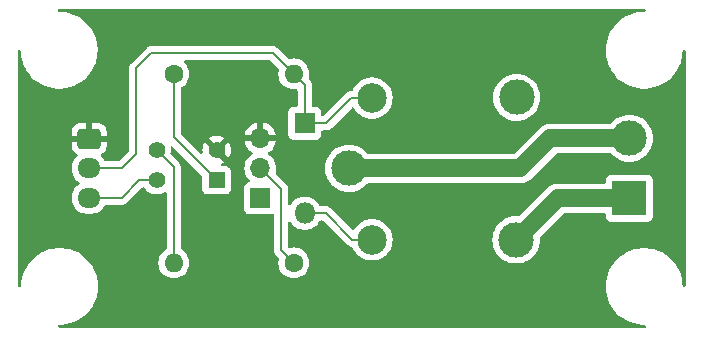
<source format=gbr>
%TF.GenerationSoftware,KiCad,Pcbnew,8.0.5*%
%TF.CreationDate,2024-12-15T17:36:27-06:00*%
%TF.ProjectId,Relay_Boards.V1,52656c61-795f-4426-9f61-7264732e5631,rev?*%
%TF.SameCoordinates,Original*%
%TF.FileFunction,Copper,L1,Top*%
%TF.FilePolarity,Positive*%
%FSLAX46Y46*%
G04 Gerber Fmt 4.6, Leading zero omitted, Abs format (unit mm)*
G04 Created by KiCad (PCBNEW 8.0.5) date 2024-12-15 17:36:27*
%MOMM*%
%LPD*%
G01*
G04 APERTURE LIST*
G04 Aperture macros list*
%AMRoundRect*
0 Rectangle with rounded corners*
0 $1 Rounding radius*
0 $2 $3 $4 $5 $6 $7 $8 $9 X,Y pos of 4 corners*
0 Add a 4 corners polygon primitive as box body*
4,1,4,$2,$3,$4,$5,$6,$7,$8,$9,$2,$3,0*
0 Add four circle primitives for the rounded corners*
1,1,$1+$1,$2,$3*
1,1,$1+$1,$4,$5*
1,1,$1+$1,$6,$7*
1,1,$1+$1,$8,$9*
0 Add four rect primitives between the rounded corners*
20,1,$1+$1,$2,$3,$4,$5,0*
20,1,$1+$1,$4,$5,$6,$7,0*
20,1,$1+$1,$6,$7,$8,$9,0*
20,1,$1+$1,$8,$9,$2,$3,0*%
G04 Aperture macros list end*
%TA.AperFunction,ComponentPad*%
%ADD10R,1.800000X1.800000*%
%TD*%
%TA.AperFunction,ComponentPad*%
%ADD11O,1.800000X1.800000*%
%TD*%
%TA.AperFunction,ComponentPad*%
%ADD12RoundRect,0.250000X-0.725000X0.600000X-0.725000X-0.600000X0.725000X-0.600000X0.725000X0.600000X0*%
%TD*%
%TA.AperFunction,ComponentPad*%
%ADD13O,1.950000X1.700000*%
%TD*%
%TA.AperFunction,ComponentPad*%
%ADD14C,3.000000*%
%TD*%
%TA.AperFunction,ComponentPad*%
%ADD15C,2.500000*%
%TD*%
%TA.AperFunction,ComponentPad*%
%ADD16R,1.400000X1.400000*%
%TD*%
%TA.AperFunction,ComponentPad*%
%ADD17C,1.400000*%
%TD*%
%TA.AperFunction,ComponentPad*%
%ADD18C,1.600000*%
%TD*%
%TA.AperFunction,ComponentPad*%
%ADD19O,1.600000X1.600000*%
%TD*%
%TA.AperFunction,ComponentPad*%
%ADD20R,3.000000X3.000000*%
%TD*%
%TA.AperFunction,ComponentPad*%
%ADD21R,1.700000X1.700000*%
%TD*%
%TA.AperFunction,ComponentPad*%
%ADD22O,1.700000X1.700000*%
%TD*%
%TA.AperFunction,Conductor*%
%ADD23C,0.200000*%
%TD*%
%TA.AperFunction,Conductor*%
%ADD24C,1.500000*%
%TD*%
G04 APERTURE END LIST*
D10*
%TO.P,D4,1,K*%
%TO.N,Net-(D4-K)*%
X107750000Y-86440000D03*
D11*
%TO.P,D4,2,A*%
%TO.N,Net-(D4-A)*%
X107750000Y-94060000D03*
%TD*%
D12*
%TO.P,J9,1,Pin_1*%
%TO.N,GNDREF*%
X89500000Y-87750000D03*
D13*
%TO.P,J9,2,Pin_2*%
%TO.N,Net-(D4-K)*%
X89500000Y-90250000D03*
%TO.P,J9,3,Pin_3*%
%TO.N,Net-(J9-Pin_3)*%
X89500000Y-92750000D03*
%TD*%
D14*
%TO.P,K2,1*%
%TO.N,Net-(J1-RIGHT_LIGHT_OUTPUT2-Pin_2)*%
X111500000Y-90250000D03*
D15*
%TO.P,K2,2*%
%TO.N,Net-(D4-A)*%
X113450000Y-96300000D03*
D14*
%TO.P,K2,3*%
%TO.N,Net-(J1-RIGHT_LIGHT_OUTPUT2-Pin_1)*%
X125650000Y-96300000D03*
%TO.P,K2,4*%
%TO.N,N/C*%
X125700000Y-84250000D03*
D15*
%TO.P,K2,5*%
%TO.N,Net-(D4-K)*%
X113450000Y-84300000D03*
%TD*%
D16*
%TO.P,U2,1,A*%
%TO.N,Net-(U2-A)*%
X100290000Y-91250000D03*
D17*
%TO.P,U2,2,K*%
%TO.N,GNDREF*%
X100290000Y-88710000D03*
%TO.P,U2,3,R*%
%TO.N,Net-(R8-Pad2)*%
X95210000Y-88710000D03*
%TO.P,U2,4,R*%
%TO.N,Net-(J9-Pin_3)*%
X95210000Y-91250000D03*
%TD*%
D18*
%TO.P,R8,1*%
%TO.N,Net-(Q7-B)*%
X106830000Y-98250000D03*
D19*
%TO.P,R8,2*%
%TO.N,Net-(R8-Pad2)*%
X96670000Y-98250000D03*
%TD*%
D20*
%TO.P,J1-RIGHT_LIGHT_OUTPUT2,1,Pin_1*%
%TO.N,Net-(J1-RIGHT_LIGHT_OUTPUT2-Pin_1)*%
X135250000Y-92790000D03*
D14*
%TO.P,J1-RIGHT_LIGHT_OUTPUT2,2,Pin_2*%
%TO.N,Net-(J1-RIGHT_LIGHT_OUTPUT2-Pin_2)*%
X135250000Y-87710000D03*
%TD*%
D21*
%TO.P,Q7,1,C*%
%TO.N,Net-(D4-A)*%
X104000000Y-92790000D03*
D22*
%TO.P,Q7,2,B*%
%TO.N,Net-(Q7-B)*%
X104000000Y-90250000D03*
%TO.P,Q7,3,E*%
%TO.N,GNDREF*%
X104000000Y-87710000D03*
%TD*%
D18*
%TO.P,R4,1*%
%TO.N,Net-(U2-A)*%
X96670000Y-82250000D03*
D19*
%TO.P,R4,2*%
%TO.N,Net-(D4-K)*%
X106830000Y-82250000D03*
%TD*%
D23*
%TO.N,Net-(D4-K)*%
X105080000Y-80500000D02*
X94750000Y-80500000D01*
X107750000Y-86440000D02*
X109560000Y-86440000D01*
X93500000Y-81750000D02*
X93500000Y-89000000D01*
X107750000Y-86440000D02*
X107750000Y-83170000D01*
X94750000Y-80500000D02*
X93500000Y-81750000D01*
X107750000Y-83170000D02*
X106830000Y-82250000D01*
X106830000Y-82250000D02*
X105080000Y-80500000D01*
X93500000Y-89000000D02*
X92250000Y-90250000D01*
X109560000Y-86440000D02*
X111700000Y-84300000D01*
X111700000Y-84300000D02*
X113450000Y-84300000D01*
X92250000Y-90250000D02*
X89500000Y-90250000D01*
%TO.N,Net-(D4-A)*%
X111800000Y-96300000D02*
X109560000Y-94060000D01*
X109560000Y-94060000D02*
X107750000Y-94060000D01*
X113450000Y-96300000D02*
X111800000Y-96300000D01*
D24*
%TO.N,Net-(J1-RIGHT_LIGHT_OUTPUT2-Pin_1)*%
X129160000Y-92790000D02*
X125650000Y-96300000D01*
X135250000Y-92790000D02*
X129160000Y-92790000D01*
%TO.N,Net-(J1-RIGHT_LIGHT_OUTPUT2-Pin_2)*%
X126000000Y-90250000D02*
X128540000Y-87710000D01*
X128540000Y-87710000D02*
X135250000Y-87710000D01*
X111500000Y-90250000D02*
X126000000Y-90250000D01*
D23*
%TO.N,Net-(J9-Pin_3)*%
X93750000Y-91250000D02*
X92250000Y-92750000D01*
X95210000Y-91250000D02*
X93750000Y-91250000D01*
X92250000Y-92750000D02*
X89500000Y-92750000D01*
%TO.N,Net-(Q7-B)*%
X105750000Y-92000000D02*
X104000000Y-90250000D01*
X106830000Y-98250000D02*
X105750000Y-97170000D01*
X105750000Y-97170000D02*
X105750000Y-92000000D01*
%TO.N,Net-(U2-A)*%
X100290000Y-91250000D02*
X96670000Y-87630000D01*
X96670000Y-87630000D02*
X96670000Y-82250000D01*
%TO.N,Net-(R8-Pad2)*%
X96670000Y-90170000D02*
X96670000Y-98250000D01*
X95210000Y-88710000D02*
X96670000Y-90170000D01*
%TD*%
%TA.AperFunction,Conductor*%
%TO.N,GNDREF*%
G36*
X136503033Y-76750649D02*
G01*
X136523389Y-76751649D01*
X136589382Y-76774600D01*
X136632491Y-76829585D01*
X136639029Y-76899148D01*
X136606921Y-76961203D01*
X136546360Y-76996048D01*
X136517305Y-76999500D01*
X136323761Y-76999500D01*
X135973356Y-77037608D01*
X135629119Y-77113381D01*
X135295093Y-77225928D01*
X135295088Y-77225929D01*
X134975210Y-77373921D01*
X134975197Y-77373928D01*
X134673184Y-77555644D01*
X134392589Y-77768946D01*
X134392580Y-77768954D01*
X134136685Y-78011350D01*
X133908505Y-78279983D01*
X133908498Y-78279993D01*
X133710695Y-78571730D01*
X133545597Y-78883137D01*
X133545588Y-78883155D01*
X133415127Y-79210589D01*
X133415126Y-79210591D01*
X133320834Y-79550203D01*
X133320833Y-79550206D01*
X133263808Y-79898045D01*
X133244726Y-80249997D01*
X133244726Y-80250002D01*
X133263808Y-80601954D01*
X133300250Y-80824242D01*
X133319970Y-80944532D01*
X133320833Y-80949793D01*
X133320834Y-80949796D01*
X133415126Y-81289408D01*
X133415127Y-81289410D01*
X133545588Y-81616844D01*
X133545597Y-81616862D01*
X133663392Y-81839046D01*
X133710695Y-81928269D01*
X133893661Y-82198124D01*
X133908498Y-82220006D01*
X133908505Y-82220016D01*
X134126527Y-82476690D01*
X134136686Y-82488650D01*
X134392580Y-82731046D01*
X134673182Y-82944354D01*
X134975202Y-83126074D01*
X134975206Y-83126075D01*
X134975210Y-83126078D01*
X135295088Y-83274070D01*
X135295092Y-83274070D01*
X135295099Y-83274074D01*
X135629122Y-83386619D01*
X135973355Y-83462391D01*
X136323763Y-83500500D01*
X136323769Y-83500500D01*
X136676231Y-83500500D01*
X136676237Y-83500500D01*
X137026645Y-83462391D01*
X137370878Y-83386619D01*
X137704901Y-83274074D01*
X137704908Y-83274070D01*
X137704911Y-83274070D01*
X138024789Y-83126078D01*
X138024798Y-83126074D01*
X138326818Y-82944354D01*
X138607420Y-82731046D01*
X138863314Y-82488650D01*
X139091501Y-82220008D01*
X139289305Y-81928269D01*
X139454407Y-81616854D01*
X139584871Y-81289414D01*
X139595828Y-81249953D01*
X139632066Y-81119432D01*
X139679168Y-80949788D01*
X139736191Y-80601957D01*
X139751682Y-80316250D01*
X139774967Y-80250374D01*
X139830171Y-80207545D01*
X139899766Y-80201361D01*
X139961657Y-80233784D01*
X139996194Y-80294521D01*
X139999500Y-80322963D01*
X139999500Y-100177036D01*
X139979815Y-100244075D01*
X139927011Y-100289830D01*
X139857853Y-100299774D01*
X139794297Y-100270749D01*
X139756523Y-100211971D01*
X139751682Y-100183749D01*
X139739354Y-99956381D01*
X139736191Y-99898043D01*
X139679168Y-99550212D01*
X139632066Y-99380567D01*
X139584873Y-99210591D01*
X139584872Y-99210589D01*
X139454411Y-98883155D01*
X139454402Y-98883137D01*
X139453052Y-98880591D01*
X139289305Y-98571731D01*
X139091501Y-98279992D01*
X139091497Y-98279987D01*
X139091494Y-98279983D01*
X138863314Y-98011350D01*
X138837847Y-97987226D01*
X138607420Y-97768954D01*
X138607413Y-97768948D01*
X138607410Y-97768946D01*
X138402799Y-97613405D01*
X138326818Y-97555646D01*
X138298682Y-97538717D01*
X138024802Y-97373928D01*
X138024789Y-97373921D01*
X137704911Y-97225929D01*
X137704906Y-97225928D01*
X137704903Y-97225927D01*
X137704901Y-97225926D01*
X137598432Y-97190052D01*
X137370880Y-97113381D01*
X137026643Y-97037608D01*
X136676238Y-96999500D01*
X136676237Y-96999500D01*
X136323763Y-96999500D01*
X136323761Y-96999500D01*
X135973356Y-97037608D01*
X135629119Y-97113381D01*
X135295093Y-97225928D01*
X135295088Y-97225929D01*
X134975210Y-97373921D01*
X134975197Y-97373928D01*
X134673184Y-97555644D01*
X134392589Y-97768946D01*
X134392580Y-97768954D01*
X134136685Y-98011350D01*
X133908505Y-98279983D01*
X133908498Y-98279993D01*
X133710695Y-98571730D01*
X133545597Y-98883137D01*
X133545588Y-98883155D01*
X133415127Y-99210589D01*
X133415126Y-99210591D01*
X133320834Y-99550203D01*
X133320833Y-99550206D01*
X133263808Y-99898045D01*
X133244726Y-100249997D01*
X133244726Y-100250002D01*
X133263808Y-100601954D01*
X133320833Y-100949793D01*
X133320834Y-100949796D01*
X133415126Y-101289408D01*
X133415127Y-101289410D01*
X133545588Y-101616844D01*
X133545597Y-101616862D01*
X133664235Y-101840637D01*
X133710695Y-101928269D01*
X133893661Y-102198124D01*
X133908498Y-102220006D01*
X133908505Y-102220016D01*
X134128207Y-102478668D01*
X134136686Y-102488650D01*
X134392580Y-102731046D01*
X134673182Y-102944354D01*
X134975202Y-103126074D01*
X134975206Y-103126075D01*
X134975210Y-103126078D01*
X135295088Y-103274070D01*
X135295092Y-103274070D01*
X135295099Y-103274074D01*
X135629122Y-103386619D01*
X135973355Y-103462391D01*
X136323763Y-103500500D01*
X136323769Y-103500500D01*
X136517305Y-103500500D01*
X136584344Y-103520185D01*
X136630099Y-103572989D01*
X136640043Y-103642147D01*
X136611018Y-103705703D01*
X136552240Y-103743477D01*
X136523389Y-103748351D01*
X136503033Y-103749351D01*
X136496949Y-103749500D01*
X87003051Y-103749500D01*
X86996967Y-103749351D01*
X86976611Y-103748351D01*
X86910618Y-103725400D01*
X86867509Y-103670415D01*
X86860971Y-103600852D01*
X86893079Y-103538797D01*
X86953640Y-103503952D01*
X86982695Y-103500500D01*
X87176231Y-103500500D01*
X87176237Y-103500500D01*
X87526645Y-103462391D01*
X87870878Y-103386619D01*
X88204901Y-103274074D01*
X88204908Y-103274070D01*
X88204911Y-103274070D01*
X88524789Y-103126078D01*
X88524798Y-103126074D01*
X88826818Y-102944354D01*
X89107420Y-102731046D01*
X89363314Y-102488650D01*
X89591501Y-102220008D01*
X89789305Y-101928269D01*
X89954407Y-101616854D01*
X90084871Y-101289414D01*
X90091414Y-101265851D01*
X90136588Y-101103147D01*
X90179168Y-100949788D01*
X90236191Y-100601957D01*
X90252972Y-100292454D01*
X90255274Y-100250002D01*
X90255274Y-100249997D01*
X90239354Y-99956381D01*
X90236191Y-99898043D01*
X90179168Y-99550212D01*
X90132066Y-99380567D01*
X90084873Y-99210591D01*
X90084872Y-99210589D01*
X89954411Y-98883155D01*
X89954402Y-98883137D01*
X89953052Y-98880591D01*
X89789305Y-98571731D01*
X89591501Y-98279992D01*
X89591497Y-98279987D01*
X89591494Y-98279983D01*
X89363314Y-98011350D01*
X89337847Y-97987226D01*
X89107420Y-97768954D01*
X89107413Y-97768948D01*
X89107410Y-97768946D01*
X88902799Y-97613405D01*
X88826818Y-97555646D01*
X88798682Y-97538717D01*
X88524802Y-97373928D01*
X88524789Y-97373921D01*
X88204911Y-97225929D01*
X88204906Y-97225928D01*
X88204903Y-97225927D01*
X88204901Y-97225926D01*
X88098432Y-97190052D01*
X87870880Y-97113381D01*
X87526643Y-97037608D01*
X87176238Y-96999500D01*
X87176237Y-96999500D01*
X86823763Y-96999500D01*
X86823761Y-96999500D01*
X86473356Y-97037608D01*
X86129119Y-97113381D01*
X85795093Y-97225928D01*
X85795088Y-97225929D01*
X85475210Y-97373921D01*
X85475197Y-97373928D01*
X85173184Y-97555644D01*
X84892589Y-97768946D01*
X84892580Y-97768954D01*
X84636685Y-98011350D01*
X84408505Y-98279983D01*
X84408498Y-98279993D01*
X84210695Y-98571730D01*
X84045597Y-98883137D01*
X84045588Y-98883155D01*
X83915127Y-99210589D01*
X83915126Y-99210591D01*
X83820834Y-99550203D01*
X83820833Y-99550206D01*
X83763808Y-99898045D01*
X83748318Y-100183749D01*
X83725033Y-100249625D01*
X83669829Y-100292454D01*
X83600234Y-100298638D01*
X83538343Y-100266215D01*
X83503806Y-100205478D01*
X83502248Y-100192077D01*
X83501561Y-100192168D01*
X83500500Y-100184113D01*
X83500500Y-100184108D01*
X83479725Y-100106572D01*
X83475500Y-100074480D01*
X83475500Y-90143713D01*
X88024500Y-90143713D01*
X88024500Y-90356286D01*
X88044951Y-90485412D01*
X88057754Y-90566243D01*
X88112109Y-90733531D01*
X88123444Y-90768414D01*
X88219951Y-90957820D01*
X88344890Y-91129786D01*
X88495209Y-91280105D01*
X88495214Y-91280109D01*
X88659793Y-91399682D01*
X88702459Y-91455011D01*
X88708438Y-91524625D01*
X88675833Y-91586420D01*
X88659793Y-91600318D01*
X88495214Y-91719890D01*
X88495209Y-91719894D01*
X88344890Y-91870213D01*
X88219951Y-92042179D01*
X88123444Y-92231585D01*
X88057753Y-92433760D01*
X88056117Y-92444091D01*
X88024500Y-92643713D01*
X88024500Y-92856287D01*
X88057754Y-93066243D01*
X88111130Y-93230518D01*
X88123444Y-93268414D01*
X88219951Y-93457820D01*
X88344890Y-93629786D01*
X88495213Y-93780109D01*
X88667179Y-93905048D01*
X88667181Y-93905049D01*
X88667184Y-93905051D01*
X88856588Y-94001557D01*
X89058757Y-94067246D01*
X89268713Y-94100500D01*
X89268714Y-94100500D01*
X89731286Y-94100500D01*
X89731287Y-94100500D01*
X89941243Y-94067246D01*
X90143412Y-94001557D01*
X90332816Y-93905051D01*
X90437912Y-93828695D01*
X90504786Y-93780109D01*
X90504788Y-93780106D01*
X90504792Y-93780104D01*
X90655104Y-93629792D01*
X90655106Y-93629788D01*
X90655109Y-93629786D01*
X90713661Y-93549193D01*
X90780051Y-93457816D01*
X90789223Y-93439815D01*
X90800235Y-93418205D01*
X90848209Y-93367409D01*
X90910719Y-93350500D01*
X92163331Y-93350500D01*
X92163347Y-93350501D01*
X92170943Y-93350501D01*
X92329054Y-93350501D01*
X92329057Y-93350501D01*
X92481785Y-93309577D01*
X92550289Y-93270026D01*
X92618716Y-93230520D01*
X92730520Y-93118716D01*
X92730520Y-93118714D01*
X92740724Y-93108511D01*
X92740727Y-93108506D01*
X93962416Y-91886819D01*
X94023739Y-91853334D01*
X94050097Y-91850500D01*
X94097379Y-91850500D01*
X94164418Y-91870185D01*
X94196333Y-91899773D01*
X94319020Y-92062238D01*
X94483437Y-92212123D01*
X94483439Y-92212125D01*
X94672595Y-92329245D01*
X94672596Y-92329245D01*
X94672599Y-92329247D01*
X94880060Y-92409618D01*
X95098757Y-92450500D01*
X95098759Y-92450500D01*
X95321241Y-92450500D01*
X95321243Y-92450500D01*
X95539940Y-92409618D01*
X95747401Y-92329247D01*
X95880225Y-92247006D01*
X95947583Y-92228451D01*
X96014282Y-92249259D01*
X96059144Y-92302825D01*
X96069500Y-92352434D01*
X96069500Y-97018306D01*
X96049815Y-97085345D01*
X96016623Y-97119881D01*
X95830859Y-97249953D01*
X95669954Y-97410858D01*
X95539432Y-97597265D01*
X95539431Y-97597267D01*
X95443261Y-97803502D01*
X95443258Y-97803511D01*
X95384366Y-98023302D01*
X95384364Y-98023313D01*
X95364532Y-98249998D01*
X95364532Y-98250001D01*
X95384364Y-98476686D01*
X95384366Y-98476697D01*
X95443258Y-98696488D01*
X95443261Y-98696497D01*
X95539431Y-98902732D01*
X95539432Y-98902734D01*
X95669954Y-99089141D01*
X95830858Y-99250045D01*
X95830861Y-99250047D01*
X96017266Y-99380568D01*
X96223504Y-99476739D01*
X96443308Y-99535635D01*
X96605230Y-99549801D01*
X96669998Y-99555468D01*
X96670000Y-99555468D01*
X96670002Y-99555468D01*
X96730179Y-99550203D01*
X96896692Y-99535635D01*
X97116496Y-99476739D01*
X97322734Y-99380568D01*
X97509139Y-99250047D01*
X97670047Y-99089139D01*
X97800568Y-98902734D01*
X97896739Y-98696496D01*
X97955635Y-98476692D01*
X97975468Y-98250000D01*
X97955635Y-98023308D01*
X97896739Y-97803504D01*
X97800568Y-97597266D01*
X97670047Y-97410861D01*
X97670045Y-97410858D01*
X97509140Y-97249953D01*
X97323377Y-97119881D01*
X97279752Y-97065304D01*
X97270500Y-97018306D01*
X97270500Y-90259060D01*
X97270501Y-90259047D01*
X97270501Y-90090945D01*
X97270501Y-90090943D01*
X97229577Y-89938215D01*
X97150520Y-89801284D01*
X96421313Y-89072078D01*
X96387829Y-89010756D01*
X96389730Y-88950460D01*
X96395115Y-88931536D01*
X96415643Y-88710000D01*
X96397786Y-88517293D01*
X96411201Y-88448726D01*
X96459558Y-88398294D01*
X96527504Y-88382011D01*
X96593466Y-88405048D01*
X96608938Y-88418173D01*
X99053181Y-90862416D01*
X99086666Y-90923739D01*
X99089500Y-90950097D01*
X99089500Y-91997870D01*
X99089501Y-91997876D01*
X99095908Y-92057483D01*
X99146202Y-92192328D01*
X99146206Y-92192335D01*
X99232452Y-92307544D01*
X99232455Y-92307547D01*
X99347664Y-92393793D01*
X99347671Y-92393797D01*
X99482517Y-92444091D01*
X99482516Y-92444091D01*
X99489444Y-92444835D01*
X99542127Y-92450500D01*
X101037872Y-92450499D01*
X101097483Y-92444091D01*
X101232331Y-92393796D01*
X101347546Y-92307546D01*
X101433796Y-92192331D01*
X101484091Y-92057483D01*
X101490500Y-91997873D01*
X101490499Y-90502128D01*
X101484091Y-90442517D01*
X101482318Y-90437764D01*
X101433797Y-90307671D01*
X101433793Y-90307664D01*
X101390625Y-90249999D01*
X102644341Y-90249999D01*
X102644341Y-90250000D01*
X102664936Y-90485403D01*
X102664938Y-90485413D01*
X102726094Y-90713655D01*
X102726096Y-90713659D01*
X102726097Y-90713663D01*
X102789906Y-90850501D01*
X102825965Y-90927830D01*
X102825967Y-90927834D01*
X102961501Y-91121395D01*
X102961506Y-91121402D01*
X103083430Y-91243326D01*
X103116915Y-91304649D01*
X103111931Y-91374341D01*
X103070059Y-91430274D01*
X103039083Y-91447189D01*
X102907669Y-91496203D01*
X102907664Y-91496206D01*
X102792455Y-91582452D01*
X102792452Y-91582455D01*
X102706206Y-91697664D01*
X102706202Y-91697671D01*
X102655908Y-91832517D01*
X102649501Y-91892116D01*
X102649500Y-91892135D01*
X102649500Y-93687870D01*
X102649501Y-93687876D01*
X102655908Y-93747483D01*
X102706202Y-93882328D01*
X102706206Y-93882335D01*
X102792452Y-93997544D01*
X102792455Y-93997547D01*
X102907664Y-94083793D01*
X102907671Y-94083797D01*
X103042517Y-94134091D01*
X103042516Y-94134091D01*
X103049444Y-94134835D01*
X103102127Y-94140500D01*
X104897872Y-94140499D01*
X104957483Y-94134091D01*
X104982165Y-94124884D01*
X105051856Y-94119899D01*
X105113180Y-94153384D01*
X105146666Y-94214706D01*
X105149500Y-94241066D01*
X105149500Y-97083330D01*
X105149499Y-97083348D01*
X105149499Y-97249054D01*
X105149498Y-97249054D01*
X105190423Y-97401787D01*
X105190424Y-97401788D01*
X105202191Y-97422168D01*
X105202193Y-97422171D01*
X105269477Y-97538712D01*
X105269481Y-97538717D01*
X105388349Y-97657585D01*
X105388355Y-97657590D01*
X105538058Y-97807293D01*
X105571543Y-97868616D01*
X105570152Y-97927067D01*
X105544366Y-98023302D01*
X105544364Y-98023313D01*
X105524532Y-98249998D01*
X105524532Y-98250001D01*
X105544364Y-98476686D01*
X105544366Y-98476697D01*
X105603258Y-98696488D01*
X105603261Y-98696497D01*
X105699431Y-98902732D01*
X105699432Y-98902734D01*
X105829954Y-99089141D01*
X105990858Y-99250045D01*
X105990861Y-99250047D01*
X106177266Y-99380568D01*
X106383504Y-99476739D01*
X106603308Y-99535635D01*
X106765230Y-99549801D01*
X106829998Y-99555468D01*
X106830000Y-99555468D01*
X106830002Y-99555468D01*
X106890179Y-99550203D01*
X107056692Y-99535635D01*
X107276496Y-99476739D01*
X107482734Y-99380568D01*
X107669139Y-99250047D01*
X107830047Y-99089139D01*
X107960568Y-98902734D01*
X108056739Y-98696496D01*
X108115635Y-98476692D01*
X108135468Y-98250000D01*
X108115635Y-98023308D01*
X108056739Y-97803504D01*
X107960568Y-97597266D01*
X107830047Y-97410861D01*
X107830045Y-97410858D01*
X107669141Y-97249954D01*
X107482734Y-97119432D01*
X107482732Y-97119431D01*
X107276497Y-97023261D01*
X107276488Y-97023258D01*
X107056697Y-96964366D01*
X107056693Y-96964365D01*
X107056692Y-96964365D01*
X107056691Y-96964364D01*
X107056686Y-96964364D01*
X106830002Y-96944532D01*
X106829998Y-96944532D01*
X106603313Y-96964364D01*
X106603299Y-96964367D01*
X106507067Y-96990151D01*
X106437217Y-96988488D01*
X106387294Y-96958057D01*
X106386819Y-96957582D01*
X106353334Y-96896259D01*
X106350500Y-96869901D01*
X106350500Y-94894986D01*
X106370185Y-94827947D01*
X106422989Y-94782192D01*
X106492147Y-94772248D01*
X106555703Y-94801273D01*
X106578309Y-94827165D01*
X106641016Y-94923147D01*
X106641019Y-94923151D01*
X106641021Y-94923153D01*
X106798216Y-95093913D01*
X106798219Y-95093915D01*
X106798222Y-95093918D01*
X106981365Y-95236464D01*
X106981371Y-95236468D01*
X106981374Y-95236470D01*
X107185497Y-95346936D01*
X107299487Y-95386068D01*
X107405015Y-95422297D01*
X107405017Y-95422297D01*
X107405019Y-95422298D01*
X107633951Y-95460500D01*
X107633952Y-95460500D01*
X107866048Y-95460500D01*
X107866049Y-95460500D01*
X108094981Y-95422298D01*
X108314503Y-95346936D01*
X108518626Y-95236470D01*
X108701784Y-95093913D01*
X108858979Y-94923153D01*
X108985924Y-94728849D01*
X108985926Y-94728843D01*
X108987747Y-94725481D01*
X109036967Y-94675891D01*
X109096801Y-94660500D01*
X109259903Y-94660500D01*
X109326942Y-94680185D01*
X109347584Y-94696819D01*
X111315139Y-96664374D01*
X111315149Y-96664385D01*
X111319479Y-96668715D01*
X111319480Y-96668716D01*
X111431284Y-96780520D01*
X111431286Y-96780521D01*
X111431290Y-96780524D01*
X111568209Y-96859573D01*
X111568216Y-96859577D01*
X111680019Y-96889534D01*
X111720942Y-96900500D01*
X111720943Y-96900500D01*
X111720946Y-96900500D01*
X111729000Y-96901561D01*
X111728823Y-96902900D01*
X111787686Y-96920185D01*
X111833441Y-96972989D01*
X111836058Y-96979157D01*
X111868432Y-97061643D01*
X111868434Y-97061646D01*
X111868435Y-97061649D01*
X111880953Y-97083330D01*
X111999614Y-97288857D01*
X112131736Y-97454533D01*
X112163198Y-97493985D01*
X112331904Y-97650520D01*
X112355521Y-97672433D01*
X112572296Y-97820228D01*
X112572301Y-97820230D01*
X112572302Y-97820231D01*
X112572303Y-97820232D01*
X112650556Y-97857916D01*
X112808673Y-97934061D01*
X112808674Y-97934061D01*
X112808677Y-97934063D01*
X113059385Y-98011396D01*
X113318818Y-98050500D01*
X113581182Y-98050500D01*
X113840615Y-98011396D01*
X114091323Y-97934063D01*
X114327704Y-97820228D01*
X114544479Y-97672433D01*
X114736805Y-97493981D01*
X114900386Y-97288857D01*
X115031568Y-97061643D01*
X115127420Y-96817416D01*
X115185802Y-96561630D01*
X115205408Y-96300000D01*
X115205408Y-96299998D01*
X123644390Y-96299998D01*
X123644390Y-96300001D01*
X123664804Y-96585433D01*
X123725628Y-96865037D01*
X123725630Y-96865043D01*
X123725631Y-96865046D01*
X123820512Y-97119431D01*
X123825635Y-97133166D01*
X123962770Y-97384309D01*
X123962775Y-97384317D01*
X124134254Y-97613387D01*
X124134270Y-97613405D01*
X124336594Y-97815729D01*
X124336612Y-97815745D01*
X124565682Y-97987224D01*
X124565690Y-97987229D01*
X124816833Y-98124364D01*
X124816832Y-98124364D01*
X124816836Y-98124365D01*
X124816839Y-98124367D01*
X125084954Y-98224369D01*
X125084960Y-98224370D01*
X125084962Y-98224371D01*
X125364566Y-98285195D01*
X125364568Y-98285195D01*
X125364572Y-98285196D01*
X125618220Y-98303337D01*
X125649999Y-98305610D01*
X125650000Y-98305610D01*
X125650001Y-98305610D01*
X125678595Y-98303564D01*
X125935428Y-98285196D01*
X125959351Y-98279992D01*
X126215037Y-98224371D01*
X126215037Y-98224370D01*
X126215046Y-98224369D01*
X126483161Y-98124367D01*
X126734315Y-97987226D01*
X126963395Y-97815739D01*
X127165739Y-97613395D01*
X127337226Y-97384315D01*
X127474367Y-97133161D01*
X127574369Y-96865046D01*
X127592756Y-96780521D01*
X127635195Y-96585433D01*
X127635195Y-96585432D01*
X127635196Y-96585428D01*
X127655610Y-96300000D01*
X127643821Y-96135175D01*
X127658673Y-96066902D01*
X127679820Y-96038652D01*
X129641655Y-94076819D01*
X129702978Y-94043334D01*
X129729336Y-94040500D01*
X133125501Y-94040500D01*
X133192540Y-94060185D01*
X133238295Y-94112989D01*
X133249501Y-94164500D01*
X133249501Y-94337876D01*
X133255908Y-94397483D01*
X133306202Y-94532328D01*
X133306206Y-94532335D01*
X133392452Y-94647544D01*
X133392455Y-94647547D01*
X133507664Y-94733793D01*
X133507671Y-94733797D01*
X133642517Y-94784091D01*
X133642516Y-94784091D01*
X133649444Y-94784835D01*
X133702127Y-94790500D01*
X136797872Y-94790499D01*
X136857483Y-94784091D01*
X136992331Y-94733796D01*
X137107546Y-94647546D01*
X137193796Y-94532331D01*
X137244091Y-94397483D01*
X137250500Y-94337873D01*
X137250499Y-91242128D01*
X137244091Y-91182517D01*
X137221296Y-91121401D01*
X137193797Y-91047671D01*
X137193793Y-91047664D01*
X137107547Y-90932455D01*
X137107544Y-90932452D01*
X136992335Y-90846206D01*
X136992328Y-90846202D01*
X136857482Y-90795908D01*
X136857483Y-90795908D01*
X136797883Y-90789501D01*
X136797881Y-90789500D01*
X136797873Y-90789500D01*
X136797864Y-90789500D01*
X133702129Y-90789500D01*
X133702123Y-90789501D01*
X133642516Y-90795908D01*
X133507671Y-90846202D01*
X133507664Y-90846206D01*
X133392455Y-90932452D01*
X133392452Y-90932455D01*
X133306206Y-91047664D01*
X133306202Y-91047671D01*
X133255908Y-91182517D01*
X133249501Y-91242116D01*
X133249501Y-91242123D01*
X133249500Y-91242135D01*
X133249500Y-91415500D01*
X133229815Y-91482539D01*
X133177011Y-91528294D01*
X133125500Y-91539500D01*
X129061578Y-91539500D01*
X128928759Y-91560537D01*
X128928758Y-91560537D01*
X128867174Y-91570290D01*
X128867173Y-91570290D01*
X128679969Y-91631117D01*
X128504594Y-91720476D01*
X128413742Y-91786484D01*
X128345355Y-91836171D01*
X128345353Y-91836173D01*
X128345352Y-91836173D01*
X125911349Y-94270175D01*
X125850026Y-94303660D01*
X125814822Y-94306178D01*
X125650001Y-94294390D01*
X125649999Y-94294390D01*
X125364566Y-94314804D01*
X125084962Y-94375628D01*
X124816833Y-94475635D01*
X124565690Y-94612770D01*
X124565682Y-94612775D01*
X124336612Y-94784254D01*
X124336594Y-94784270D01*
X124134270Y-94986594D01*
X124134254Y-94986612D01*
X123962775Y-95215682D01*
X123962770Y-95215690D01*
X123825635Y-95466833D01*
X123725628Y-95734962D01*
X123664804Y-96014566D01*
X123644390Y-96299998D01*
X115205408Y-96299998D01*
X115193056Y-96135175D01*
X115185803Y-96038379D01*
X115185802Y-96038374D01*
X115185802Y-96038370D01*
X115127420Y-95782584D01*
X115031568Y-95538357D01*
X114900386Y-95311143D01*
X114736805Y-95106019D01*
X114736804Y-95106018D01*
X114736801Y-95106014D01*
X114544479Y-94927567D01*
X114537996Y-94923147D01*
X114327704Y-94779772D01*
X114327700Y-94779770D01*
X114327697Y-94779768D01*
X114327696Y-94779767D01*
X114091325Y-94665938D01*
X114091327Y-94665938D01*
X113840623Y-94588606D01*
X113840619Y-94588605D01*
X113840615Y-94588604D01*
X113715823Y-94569794D01*
X113581187Y-94549500D01*
X113581182Y-94549500D01*
X113318818Y-94549500D01*
X113318812Y-94549500D01*
X113157247Y-94573853D01*
X113059385Y-94588604D01*
X113059382Y-94588605D01*
X113059376Y-94588606D01*
X112808673Y-94665938D01*
X112572303Y-94779767D01*
X112572302Y-94779768D01*
X112355520Y-94927567D01*
X112163198Y-95106014D01*
X111999612Y-95311145D01*
X111956243Y-95386261D01*
X111905676Y-95434476D01*
X111837068Y-95447698D01*
X111772204Y-95421730D01*
X111761176Y-95411941D01*
X110047590Y-93698355D01*
X110047588Y-93698352D01*
X109928717Y-93579481D01*
X109928716Y-93579480D01*
X109841904Y-93529360D01*
X109841904Y-93529359D01*
X109841900Y-93529358D01*
X109791785Y-93500423D01*
X109639057Y-93459499D01*
X109480943Y-93459499D01*
X109473347Y-93459499D01*
X109473331Y-93459500D01*
X109096801Y-93459500D01*
X109029762Y-93439815D01*
X108987747Y-93394519D01*
X108985924Y-93391151D01*
X108858983Y-93196852D01*
X108858980Y-93196849D01*
X108858979Y-93196847D01*
X108701784Y-93026087D01*
X108701779Y-93026083D01*
X108701777Y-93026081D01*
X108518634Y-92883535D01*
X108518628Y-92883531D01*
X108314504Y-92773064D01*
X108314495Y-92773061D01*
X108094984Y-92697702D01*
X107923282Y-92669050D01*
X107866049Y-92659500D01*
X107633951Y-92659500D01*
X107588164Y-92667140D01*
X107405015Y-92697702D01*
X107185504Y-92773061D01*
X107185495Y-92773064D01*
X106981371Y-92883531D01*
X106981365Y-92883535D01*
X106798222Y-93026081D01*
X106798219Y-93026084D01*
X106641018Y-93196850D01*
X106578309Y-93292835D01*
X106525162Y-93338191D01*
X106455931Y-93347615D01*
X106392595Y-93318113D01*
X106355264Y-93259053D01*
X106350500Y-93225013D01*
X106350500Y-92089060D01*
X106350501Y-92089047D01*
X106350501Y-91920944D01*
X106344828Y-91899773D01*
X106309577Y-91768216D01*
X106268844Y-91697664D01*
X106230524Y-91631290D01*
X106230518Y-91631282D01*
X105332766Y-90733531D01*
X105299281Y-90672208D01*
X105300672Y-90613757D01*
X105313404Y-90566239D01*
X105335063Y-90485408D01*
X105355659Y-90250000D01*
X105355659Y-90249998D01*
X109494390Y-90249998D01*
X109494390Y-90250001D01*
X109514804Y-90535433D01*
X109575628Y-90815037D01*
X109575630Y-90815043D01*
X109575631Y-90815046D01*
X109626003Y-90950097D01*
X109675635Y-91083166D01*
X109812770Y-91334309D01*
X109812775Y-91334317D01*
X109984254Y-91563387D01*
X109984270Y-91563405D01*
X110186594Y-91765729D01*
X110186612Y-91765745D01*
X110415682Y-91937224D01*
X110415690Y-91937229D01*
X110666833Y-92074364D01*
X110666832Y-92074364D01*
X110666836Y-92074365D01*
X110666839Y-92074367D01*
X110934954Y-92174369D01*
X110934960Y-92174370D01*
X110934962Y-92174371D01*
X111214566Y-92235195D01*
X111214568Y-92235195D01*
X111214572Y-92235196D01*
X111468220Y-92253337D01*
X111499999Y-92255610D01*
X111500000Y-92255610D01*
X111500001Y-92255610D01*
X111528595Y-92253564D01*
X111785428Y-92235196D01*
X111816435Y-92228451D01*
X112065037Y-92174371D01*
X112065037Y-92174370D01*
X112065046Y-92174369D01*
X112333161Y-92074367D01*
X112584315Y-91937226D01*
X112813395Y-91765739D01*
X113015739Y-91563395D01*
X113025626Y-91550188D01*
X113081560Y-91508318D01*
X113124892Y-91500500D01*
X126098422Y-91500500D01*
X126292826Y-91469709D01*
X126480026Y-91408884D01*
X126655405Y-91319524D01*
X126814646Y-91203828D01*
X129021655Y-88996819D01*
X129082978Y-88963334D01*
X129109336Y-88960500D01*
X133625108Y-88960500D01*
X133692147Y-88980185D01*
X133724374Y-89010188D01*
X133734257Y-89023390D01*
X133734270Y-89023405D01*
X133936594Y-89225729D01*
X133936612Y-89225745D01*
X134165682Y-89397224D01*
X134165690Y-89397229D01*
X134416833Y-89534364D01*
X134416832Y-89534364D01*
X134416836Y-89534365D01*
X134416839Y-89534367D01*
X134684954Y-89634369D01*
X134684960Y-89634370D01*
X134684962Y-89634371D01*
X134964566Y-89695195D01*
X134964568Y-89695195D01*
X134964572Y-89695196D01*
X135218220Y-89713337D01*
X135249999Y-89715610D01*
X135250000Y-89715610D01*
X135250001Y-89715610D01*
X135278595Y-89713564D01*
X135535428Y-89695196D01*
X135758518Y-89646666D01*
X135815037Y-89634371D01*
X135815037Y-89634370D01*
X135815046Y-89634369D01*
X136083161Y-89534367D01*
X136334315Y-89397226D01*
X136563395Y-89225739D01*
X136765739Y-89023395D01*
X136937226Y-88794315D01*
X137074367Y-88543161D01*
X137174369Y-88275046D01*
X137188519Y-88210000D01*
X137235195Y-87995433D01*
X137235195Y-87995432D01*
X137235196Y-87995428D01*
X137255610Y-87710000D01*
X137235196Y-87424572D01*
X137227213Y-87387876D01*
X137174371Y-87144962D01*
X137174370Y-87144960D01*
X137174369Y-87144954D01*
X137074367Y-86876839D01*
X137049271Y-86830880D01*
X136937229Y-86625690D01*
X136937224Y-86625682D01*
X136765745Y-86396612D01*
X136765729Y-86396594D01*
X136563405Y-86194270D01*
X136563387Y-86194254D01*
X136334317Y-86022775D01*
X136334309Y-86022770D01*
X136083166Y-85885635D01*
X136083167Y-85885635D01*
X135959474Y-85839500D01*
X135815046Y-85785631D01*
X135815043Y-85785630D01*
X135815037Y-85785628D01*
X135535433Y-85724804D01*
X135250001Y-85704390D01*
X135249999Y-85704390D01*
X134964566Y-85724804D01*
X134684962Y-85785628D01*
X134416833Y-85885635D01*
X134165690Y-86022770D01*
X134165682Y-86022775D01*
X133936612Y-86194254D01*
X133936594Y-86194270D01*
X133734270Y-86396594D01*
X133734257Y-86396609D01*
X133724374Y-86409812D01*
X133668440Y-86451682D01*
X133625108Y-86459500D01*
X128441578Y-86459500D01*
X128247172Y-86490291D01*
X128186348Y-86510053D01*
X128186348Y-86510054D01*
X128143103Y-86524105D01*
X128059970Y-86551117D01*
X127884591Y-86640478D01*
X127841501Y-86671784D01*
X127841502Y-86671785D01*
X127725352Y-86756173D01*
X127725351Y-86756174D01*
X125518345Y-88963181D01*
X125457022Y-88996666D01*
X125430664Y-88999500D01*
X113124892Y-88999500D01*
X113057853Y-88979815D01*
X113025626Y-88949812D01*
X113015742Y-88936609D01*
X113015729Y-88936594D01*
X112813405Y-88734270D01*
X112813387Y-88734254D01*
X112584317Y-88562775D01*
X112584309Y-88562770D01*
X112333166Y-88425635D01*
X112333167Y-88425635D01*
X112216206Y-88382011D01*
X112065046Y-88325631D01*
X112065043Y-88325630D01*
X112065037Y-88325628D01*
X111785433Y-88264804D01*
X111500001Y-88244390D01*
X111499999Y-88244390D01*
X111214566Y-88264804D01*
X110934962Y-88325628D01*
X110666833Y-88425635D01*
X110415690Y-88562770D01*
X110415682Y-88562775D01*
X110186612Y-88734254D01*
X110186594Y-88734270D01*
X109984270Y-88936594D01*
X109984254Y-88936612D01*
X109812775Y-89165682D01*
X109812770Y-89165690D01*
X109675635Y-89416833D01*
X109575628Y-89684962D01*
X109514804Y-89964566D01*
X109494390Y-90249998D01*
X105355659Y-90249998D01*
X105335063Y-90014592D01*
X105273903Y-89786337D01*
X105174035Y-89572171D01*
X105153035Y-89542179D01*
X105038494Y-89378597D01*
X104871402Y-89211506D01*
X104871401Y-89211505D01*
X104685405Y-89081269D01*
X104641781Y-89026692D01*
X104634588Y-88957193D01*
X104666110Y-88894839D01*
X104685405Y-88878119D01*
X104871082Y-88748105D01*
X105038105Y-88581082D01*
X105173600Y-88387578D01*
X105273429Y-88173492D01*
X105273432Y-88173486D01*
X105330636Y-87960000D01*
X104433012Y-87960000D01*
X104465925Y-87902993D01*
X104500000Y-87775826D01*
X104500000Y-87644174D01*
X104465925Y-87517007D01*
X104433012Y-87460000D01*
X105330636Y-87460000D01*
X105330635Y-87459999D01*
X105273432Y-87246513D01*
X105273429Y-87246507D01*
X105173600Y-87032422D01*
X105173599Y-87032420D01*
X105038113Y-86838926D01*
X105038108Y-86838920D01*
X104871082Y-86671894D01*
X104677578Y-86536399D01*
X104463492Y-86436570D01*
X104463486Y-86436567D01*
X104250000Y-86379364D01*
X104250000Y-87276988D01*
X104192993Y-87244075D01*
X104065826Y-87210000D01*
X103934174Y-87210000D01*
X103807007Y-87244075D01*
X103750000Y-87276988D01*
X103750000Y-86379364D01*
X103749999Y-86379364D01*
X103536513Y-86436567D01*
X103536507Y-86436570D01*
X103322422Y-86536399D01*
X103322420Y-86536400D01*
X103128926Y-86671886D01*
X103128920Y-86671891D01*
X102961891Y-86838920D01*
X102961886Y-86838926D01*
X102826400Y-87032420D01*
X102826399Y-87032422D01*
X102726570Y-87246507D01*
X102726567Y-87246513D01*
X102669364Y-87459999D01*
X102669364Y-87460000D01*
X103566988Y-87460000D01*
X103534075Y-87517007D01*
X103500000Y-87644174D01*
X103500000Y-87775826D01*
X103534075Y-87902993D01*
X103566988Y-87960000D01*
X102669364Y-87960000D01*
X102726567Y-88173486D01*
X102726570Y-88173492D01*
X102826399Y-88387578D01*
X102961894Y-88581082D01*
X103128917Y-88748105D01*
X103314595Y-88878119D01*
X103358219Y-88932696D01*
X103365412Y-89002195D01*
X103333890Y-89064549D01*
X103314595Y-89081269D01*
X103128594Y-89211508D01*
X102961505Y-89378597D01*
X102825965Y-89572169D01*
X102825964Y-89572171D01*
X102726098Y-89786335D01*
X102726094Y-89786344D01*
X102664938Y-90014586D01*
X102664936Y-90014596D01*
X102644341Y-90249999D01*
X101390625Y-90249999D01*
X101347547Y-90192455D01*
X101347544Y-90192452D01*
X101232335Y-90106206D01*
X101232328Y-90106202D01*
X101097482Y-90055908D01*
X101097483Y-90055908D01*
X101037883Y-90049501D01*
X101037881Y-90049500D01*
X101037873Y-90049500D01*
X101037865Y-90049500D01*
X100817569Y-90049500D01*
X100750530Y-90029815D01*
X100704775Y-89977011D01*
X100694831Y-89907853D01*
X100723856Y-89844297D01*
X100772775Y-89809874D01*
X100827168Y-89788801D01*
X100827181Y-89788795D01*
X100943326Y-89716879D01*
X100286447Y-89060000D01*
X100336078Y-89060000D01*
X100425095Y-89036148D01*
X100504905Y-88990070D01*
X100570070Y-88924905D01*
X100616148Y-88845095D01*
X100640000Y-88756078D01*
X100640000Y-88709999D01*
X100643553Y-88709999D01*
X100643553Y-88710000D01*
X101298861Y-89365308D01*
X101314631Y-89344425D01*
X101314633Y-89344422D01*
X101413759Y-89145350D01*
X101474621Y-88931439D01*
X101495141Y-88710000D01*
X101495141Y-88709999D01*
X101474621Y-88488560D01*
X101413759Y-88274649D01*
X101314635Y-88075580D01*
X101314630Y-88075572D01*
X101298860Y-88054690D01*
X100643553Y-88709999D01*
X100640000Y-88709999D01*
X100640000Y-88663922D01*
X100616148Y-88574905D01*
X100570070Y-88495095D01*
X100504905Y-88429930D01*
X100425095Y-88383852D01*
X100336078Y-88360000D01*
X100243922Y-88360000D01*
X100154905Y-88383852D01*
X100075095Y-88429930D01*
X100009930Y-88495095D01*
X99963852Y-88574905D01*
X99940000Y-88663922D01*
X99940000Y-88713553D01*
X99281138Y-88054691D01*
X99281137Y-88054691D01*
X99265368Y-88075574D01*
X99166240Y-88274649D01*
X99105378Y-88488560D01*
X99084859Y-88709999D01*
X99084859Y-88710000D01*
X99102767Y-88903258D01*
X99089352Y-88971827D01*
X99040995Y-89022259D01*
X98973049Y-89038542D01*
X98907086Y-89015505D01*
X98891615Y-89002380D01*
X97592354Y-87703119D01*
X99636671Y-87703119D01*
X100290000Y-88356447D01*
X100290001Y-88356447D01*
X100943327Y-87703119D01*
X100827178Y-87631202D01*
X100827177Y-87631201D01*
X100619804Y-87550865D01*
X100401193Y-87510000D01*
X100178807Y-87510000D01*
X99960195Y-87550865D01*
X99752824Y-87631200D01*
X99752823Y-87631201D01*
X99636671Y-87703119D01*
X97592354Y-87703119D01*
X97306819Y-87417584D01*
X97273334Y-87356261D01*
X97270500Y-87329903D01*
X97270500Y-83481692D01*
X97290185Y-83414653D01*
X97323374Y-83380119D01*
X97509139Y-83250047D01*
X97670047Y-83089139D01*
X97800568Y-82902734D01*
X97896739Y-82696496D01*
X97955635Y-82476692D01*
X97975468Y-82250000D01*
X97955635Y-82023308D01*
X97896739Y-81803504D01*
X97800568Y-81597266D01*
X97670047Y-81410861D01*
X97670045Y-81410858D01*
X97571368Y-81312181D01*
X97537883Y-81250858D01*
X97542867Y-81181166D01*
X97584739Y-81125233D01*
X97650203Y-81100816D01*
X97659049Y-81100500D01*
X104779903Y-81100500D01*
X104846942Y-81120185D01*
X104867584Y-81136819D01*
X105538058Y-81807293D01*
X105571543Y-81868616D01*
X105570152Y-81927067D01*
X105544366Y-82023302D01*
X105544364Y-82023313D01*
X105524532Y-82249998D01*
X105524532Y-82250001D01*
X105544364Y-82476686D01*
X105544366Y-82476697D01*
X105603258Y-82696488D01*
X105603261Y-82696497D01*
X105699431Y-82902732D01*
X105699432Y-82902734D01*
X105829954Y-83089141D01*
X105990858Y-83250045D01*
X105990861Y-83250047D01*
X106177266Y-83380568D01*
X106383504Y-83476739D01*
X106603308Y-83535635D01*
X106765230Y-83549801D01*
X106829998Y-83555468D01*
X106830000Y-83555468D01*
X106830001Y-83555468D01*
X106857352Y-83553075D01*
X107014693Y-83539309D01*
X107083192Y-83553075D01*
X107133375Y-83601691D01*
X107149500Y-83662837D01*
X107149500Y-84915500D01*
X107129815Y-84982539D01*
X107077011Y-85028294D01*
X107025501Y-85039500D01*
X106802130Y-85039500D01*
X106802123Y-85039501D01*
X106742516Y-85045908D01*
X106607671Y-85096202D01*
X106607664Y-85096206D01*
X106492455Y-85182452D01*
X106492452Y-85182455D01*
X106406206Y-85297664D01*
X106406202Y-85297671D01*
X106355908Y-85432517D01*
X106349501Y-85492116D01*
X106349501Y-85492123D01*
X106349500Y-85492135D01*
X106349500Y-87387870D01*
X106349501Y-87387876D01*
X106355908Y-87447483D01*
X106406202Y-87582328D01*
X106406206Y-87582335D01*
X106492452Y-87697544D01*
X106492455Y-87697547D01*
X106607664Y-87783793D01*
X106607671Y-87783797D01*
X106742517Y-87834091D01*
X106742516Y-87834091D01*
X106749444Y-87834835D01*
X106802127Y-87840500D01*
X108697872Y-87840499D01*
X108757483Y-87834091D01*
X108892331Y-87783796D01*
X109007546Y-87697546D01*
X109093796Y-87582331D01*
X109144091Y-87447483D01*
X109150500Y-87387873D01*
X109150500Y-87164500D01*
X109170185Y-87097461D01*
X109222989Y-87051706D01*
X109274500Y-87040500D01*
X109473331Y-87040500D01*
X109473347Y-87040501D01*
X109480943Y-87040501D01*
X109639054Y-87040501D01*
X109639057Y-87040501D01*
X109791785Y-86999577D01*
X109841904Y-86970639D01*
X109928716Y-86920520D01*
X110040520Y-86808716D01*
X110040520Y-86808714D01*
X110050728Y-86798507D01*
X110050730Y-86798504D01*
X111724575Y-85124658D01*
X111785896Y-85091175D01*
X111855588Y-85096159D01*
X111911521Y-85138031D01*
X111919641Y-85150340D01*
X111999614Y-85288857D01*
X112006643Y-85297671D01*
X112163198Y-85493985D01*
X112238016Y-85563405D01*
X112355521Y-85672433D01*
X112572296Y-85820228D01*
X112572301Y-85820230D01*
X112572302Y-85820231D01*
X112572303Y-85820232D01*
X112697843Y-85880688D01*
X112808673Y-85934061D01*
X112808674Y-85934061D01*
X112808677Y-85934063D01*
X113059385Y-86011396D01*
X113318818Y-86050500D01*
X113581182Y-86050500D01*
X113840615Y-86011396D01*
X114091323Y-85934063D01*
X114327704Y-85820228D01*
X114544479Y-85672433D01*
X114736805Y-85493981D01*
X114900386Y-85288857D01*
X115031568Y-85061643D01*
X115127420Y-84817416D01*
X115185802Y-84561630D01*
X115205408Y-84300000D01*
X115201661Y-84250001D01*
X115201661Y-84249998D01*
X123694390Y-84249998D01*
X123694390Y-84250001D01*
X123714804Y-84535433D01*
X123775628Y-84815037D01*
X123775630Y-84815043D01*
X123775631Y-84815046D01*
X123852006Y-85019815D01*
X123875635Y-85083166D01*
X124012770Y-85334309D01*
X124012775Y-85334317D01*
X124184254Y-85563387D01*
X124184270Y-85563405D01*
X124386594Y-85765729D01*
X124386612Y-85765745D01*
X124615682Y-85937224D01*
X124615690Y-85937229D01*
X124866833Y-86074364D01*
X124866832Y-86074364D01*
X124866836Y-86074365D01*
X124866839Y-86074367D01*
X125134954Y-86174369D01*
X125134960Y-86174370D01*
X125134962Y-86174371D01*
X125414566Y-86235195D01*
X125414568Y-86235195D01*
X125414572Y-86235196D01*
X125668220Y-86253337D01*
X125699999Y-86255610D01*
X125700000Y-86255610D01*
X125700001Y-86255610D01*
X125728595Y-86253564D01*
X125985428Y-86235196D01*
X126173563Y-86194270D01*
X126265037Y-86174371D01*
X126265037Y-86174370D01*
X126265046Y-86174369D01*
X126533161Y-86074367D01*
X126784315Y-85937226D01*
X127013395Y-85765739D01*
X127215739Y-85563395D01*
X127387226Y-85334315D01*
X127524367Y-85083161D01*
X127624369Y-84815046D01*
X127685196Y-84535428D01*
X127705610Y-84250000D01*
X127685196Y-83964572D01*
X127653633Y-83819481D01*
X127624371Y-83684962D01*
X127624370Y-83684960D01*
X127624369Y-83684954D01*
X127524367Y-83416839D01*
X127523173Y-83414653D01*
X127387229Y-83165690D01*
X127387224Y-83165682D01*
X127215745Y-82936612D01*
X127215729Y-82936594D01*
X127013405Y-82734270D01*
X127013387Y-82734254D01*
X126784317Y-82562775D01*
X126784309Y-82562770D01*
X126533166Y-82425635D01*
X126533167Y-82425635D01*
X126425915Y-82385632D01*
X126265046Y-82325631D01*
X126265043Y-82325630D01*
X126265037Y-82325628D01*
X125985433Y-82264804D01*
X125700001Y-82244390D01*
X125699999Y-82244390D01*
X125414566Y-82264804D01*
X125134962Y-82325628D01*
X124866833Y-82425635D01*
X124615690Y-82562770D01*
X124615682Y-82562775D01*
X124386612Y-82734254D01*
X124386594Y-82734270D01*
X124184270Y-82936594D01*
X124184254Y-82936612D01*
X124012775Y-83165682D01*
X124012770Y-83165690D01*
X123875635Y-83416833D01*
X123775628Y-83684962D01*
X123714804Y-83964566D01*
X123694390Y-84249998D01*
X115201661Y-84249998D01*
X115185803Y-84038379D01*
X115185802Y-84038374D01*
X115185802Y-84038370D01*
X115127420Y-83782584D01*
X115031568Y-83538357D01*
X114900386Y-83311143D01*
X114736805Y-83106019D01*
X114736804Y-83106018D01*
X114736801Y-83106014D01*
X114544479Y-82927567D01*
X114508053Y-82902732D01*
X114327704Y-82779772D01*
X114327700Y-82779770D01*
X114327697Y-82779768D01*
X114327696Y-82779767D01*
X114091325Y-82665938D01*
X114091327Y-82665938D01*
X113840623Y-82588606D01*
X113840619Y-82588605D01*
X113840615Y-82588604D01*
X113715823Y-82569794D01*
X113581187Y-82549500D01*
X113581182Y-82549500D01*
X113318818Y-82549500D01*
X113318812Y-82549500D01*
X113163386Y-82572928D01*
X113059385Y-82588604D01*
X113059382Y-82588605D01*
X113059376Y-82588606D01*
X112808673Y-82665938D01*
X112572303Y-82779767D01*
X112572302Y-82779768D01*
X112355520Y-82927567D01*
X112163198Y-83106014D01*
X111999614Y-83311143D01*
X111868432Y-83538356D01*
X111836075Y-83620801D01*
X111793259Y-83676015D01*
X111727389Y-83699316D01*
X111720647Y-83699499D01*
X111620943Y-83699499D01*
X111513587Y-83728265D01*
X111468210Y-83740424D01*
X111468209Y-83740425D01*
X111418096Y-83769359D01*
X111418095Y-83769360D01*
X111395168Y-83782597D01*
X111331285Y-83819479D01*
X111331282Y-83819481D01*
X109362180Y-85788584D01*
X109300857Y-85822069D01*
X109231165Y-85817085D01*
X109175232Y-85775213D01*
X109150815Y-85709749D01*
X109150499Y-85700903D01*
X109150499Y-85492129D01*
X109150498Y-85492123D01*
X109150497Y-85492116D01*
X109144091Y-85432517D01*
X109093796Y-85297669D01*
X109093795Y-85297668D01*
X109093793Y-85297664D01*
X109007547Y-85182455D01*
X109007544Y-85182452D01*
X108892335Y-85096206D01*
X108892328Y-85096202D01*
X108757482Y-85045908D01*
X108757483Y-85045908D01*
X108697883Y-85039501D01*
X108697881Y-85039500D01*
X108697873Y-85039500D01*
X108697865Y-85039500D01*
X108474500Y-85039500D01*
X108407461Y-85019815D01*
X108361706Y-84967011D01*
X108350500Y-84915500D01*
X108350500Y-83090945D01*
X108350500Y-83090943D01*
X108309577Y-82938216D01*
X108289092Y-82902734D01*
X108230524Y-82801290D01*
X108230521Y-82801286D01*
X108230520Y-82801284D01*
X108121940Y-82692704D01*
X108088456Y-82631381D01*
X108089846Y-82572933D01*
X108115635Y-82476692D01*
X108135468Y-82250000D01*
X108115635Y-82023308D01*
X108056739Y-81803504D01*
X107960568Y-81597266D01*
X107830047Y-81410861D01*
X107830045Y-81410858D01*
X107669141Y-81249954D01*
X107482734Y-81119432D01*
X107482732Y-81119431D01*
X107276497Y-81023261D01*
X107276488Y-81023258D01*
X107056697Y-80964366D01*
X107056693Y-80964365D01*
X107056692Y-80964365D01*
X107056691Y-80964364D01*
X107056686Y-80964364D01*
X106830002Y-80944532D01*
X106829998Y-80944532D01*
X106603313Y-80964364D01*
X106603302Y-80964366D01*
X106507067Y-80990152D01*
X106437217Y-80988489D01*
X106387293Y-80958058D01*
X105567590Y-80138355D01*
X105567588Y-80138352D01*
X105448717Y-80019481D01*
X105448716Y-80019480D01*
X105361904Y-79969360D01*
X105361904Y-79969359D01*
X105361900Y-79969358D01*
X105311785Y-79940423D01*
X105159057Y-79899499D01*
X105000943Y-79899499D01*
X104993347Y-79899499D01*
X104993331Y-79899500D01*
X94836669Y-79899500D01*
X94836653Y-79899499D01*
X94829057Y-79899499D01*
X94670943Y-79899499D01*
X94563587Y-79928265D01*
X94518210Y-79940424D01*
X94518209Y-79940425D01*
X94468096Y-79969359D01*
X94468095Y-79969360D01*
X94424689Y-79994420D01*
X94381285Y-80019479D01*
X94381282Y-80019481D01*
X93019481Y-81381282D01*
X93019480Y-81381284D01*
X92978660Y-81451987D01*
X92940423Y-81518215D01*
X92899499Y-81670943D01*
X92899499Y-81670945D01*
X92899499Y-81839046D01*
X92899500Y-81839059D01*
X92899500Y-88699903D01*
X92879815Y-88766942D01*
X92863181Y-88787584D01*
X92037584Y-89613181D01*
X91976261Y-89646666D01*
X91949903Y-89649500D01*
X90910719Y-89649500D01*
X90843680Y-89629815D01*
X90800235Y-89581795D01*
X90780052Y-89542185D01*
X90780051Y-89542184D01*
X90655109Y-89370213D01*
X90515931Y-89231035D01*
X90482446Y-89169712D01*
X90487430Y-89100020D01*
X90529302Y-89044087D01*
X90538516Y-89037815D01*
X90693343Y-88942317D01*
X90817315Y-88818345D01*
X90909356Y-88669124D01*
X90909358Y-88669119D01*
X90964505Y-88502697D01*
X90964506Y-88502690D01*
X90974999Y-88399986D01*
X90975000Y-88399973D01*
X90975000Y-88000000D01*
X89904146Y-88000000D01*
X89942630Y-87933343D01*
X89975000Y-87812535D01*
X89975000Y-87687465D01*
X89942630Y-87566657D01*
X89904146Y-87500000D01*
X90974999Y-87500000D01*
X90974999Y-87100028D01*
X90974998Y-87100013D01*
X90964505Y-86997302D01*
X90909358Y-86830880D01*
X90909356Y-86830875D01*
X90817315Y-86681654D01*
X90693345Y-86557684D01*
X90544124Y-86465643D01*
X90544119Y-86465641D01*
X90377697Y-86410494D01*
X90377690Y-86410493D01*
X90274986Y-86400000D01*
X89750000Y-86400000D01*
X89750000Y-87345854D01*
X89683343Y-87307370D01*
X89562535Y-87275000D01*
X89437465Y-87275000D01*
X89316657Y-87307370D01*
X89250000Y-87345854D01*
X89250000Y-86400000D01*
X88725028Y-86400000D01*
X88725012Y-86400001D01*
X88622302Y-86410494D01*
X88455880Y-86465641D01*
X88455875Y-86465643D01*
X88306654Y-86557684D01*
X88182684Y-86681654D01*
X88090643Y-86830875D01*
X88090641Y-86830880D01*
X88035494Y-86997302D01*
X88035493Y-86997309D01*
X88025000Y-87100013D01*
X88025000Y-87500000D01*
X89095854Y-87500000D01*
X89057370Y-87566657D01*
X89025000Y-87687465D01*
X89025000Y-87812535D01*
X89057370Y-87933343D01*
X89095854Y-88000000D01*
X88025001Y-88000000D01*
X88025001Y-88399986D01*
X88035494Y-88502697D01*
X88090641Y-88669119D01*
X88090643Y-88669124D01*
X88182684Y-88818345D01*
X88306654Y-88942315D01*
X88461484Y-89037815D01*
X88508208Y-89089763D01*
X88519431Y-89158726D01*
X88491587Y-89222808D01*
X88484069Y-89231035D01*
X88344889Y-89370215D01*
X88219951Y-89542179D01*
X88123444Y-89731585D01*
X88057753Y-89933760D01*
X88024500Y-90143713D01*
X83475500Y-90143713D01*
X83475500Y-80322963D01*
X83495185Y-80255924D01*
X83547989Y-80210169D01*
X83617147Y-80200225D01*
X83680703Y-80229250D01*
X83718477Y-80288028D01*
X83723318Y-80316250D01*
X83738808Y-80601954D01*
X83775250Y-80824242D01*
X83794970Y-80944532D01*
X83795833Y-80949793D01*
X83795834Y-80949796D01*
X83890126Y-81289408D01*
X83890127Y-81289410D01*
X84020588Y-81616844D01*
X84020597Y-81616862D01*
X84138392Y-81839046D01*
X84185695Y-81928269D01*
X84368661Y-82198124D01*
X84383498Y-82220006D01*
X84383505Y-82220016D01*
X84601527Y-82476690D01*
X84611686Y-82488650D01*
X84867580Y-82731046D01*
X85148182Y-82944354D01*
X85450202Y-83126074D01*
X85450206Y-83126075D01*
X85450210Y-83126078D01*
X85770088Y-83274070D01*
X85770092Y-83274070D01*
X85770099Y-83274074D01*
X86104122Y-83386619D01*
X86448355Y-83462391D01*
X86798763Y-83500500D01*
X86798769Y-83500500D01*
X87151231Y-83500500D01*
X87151237Y-83500500D01*
X87501645Y-83462391D01*
X87845878Y-83386619D01*
X88179901Y-83274074D01*
X88179908Y-83274070D01*
X88179911Y-83274070D01*
X88499789Y-83126078D01*
X88499798Y-83126074D01*
X88801818Y-82944354D01*
X89082420Y-82731046D01*
X89338314Y-82488650D01*
X89566501Y-82220008D01*
X89764305Y-81928269D01*
X89929407Y-81616854D01*
X90059871Y-81289414D01*
X90070828Y-81249953D01*
X90107066Y-81119432D01*
X90154168Y-80949788D01*
X90211191Y-80601957D01*
X90230274Y-80250000D01*
X90228114Y-80210169D01*
X90214354Y-79956381D01*
X90211191Y-79898043D01*
X90154168Y-79550212D01*
X90107427Y-79381867D01*
X90059873Y-79210591D01*
X90059872Y-79210589D01*
X89929411Y-78883155D01*
X89929402Y-78883137D01*
X89928052Y-78880591D01*
X89764305Y-78571731D01*
X89566501Y-78279992D01*
X89566497Y-78279987D01*
X89566494Y-78279983D01*
X89338314Y-78011350D01*
X89326860Y-78000500D01*
X89082420Y-77768954D01*
X89082413Y-77768948D01*
X89082410Y-77768946D01*
X88801815Y-77555644D01*
X88499802Y-77373928D01*
X88499789Y-77373921D01*
X88179911Y-77225929D01*
X88179906Y-77225928D01*
X88179903Y-77225927D01*
X88179901Y-77225926D01*
X87995271Y-77163717D01*
X87845880Y-77113381D01*
X87501643Y-77037608D01*
X87151238Y-76999500D01*
X87151237Y-76999500D01*
X86957695Y-76999500D01*
X86890656Y-76979815D01*
X86844901Y-76927011D01*
X86834957Y-76857853D01*
X86863982Y-76794297D01*
X86922760Y-76756523D01*
X86951611Y-76751649D01*
X86971967Y-76750649D01*
X86978051Y-76750500D01*
X87040892Y-76750500D01*
X136434108Y-76750500D01*
X136496949Y-76750500D01*
X136503033Y-76750649D01*
G37*
%TD.AperFunction*%
%TD*%
M02*

</source>
